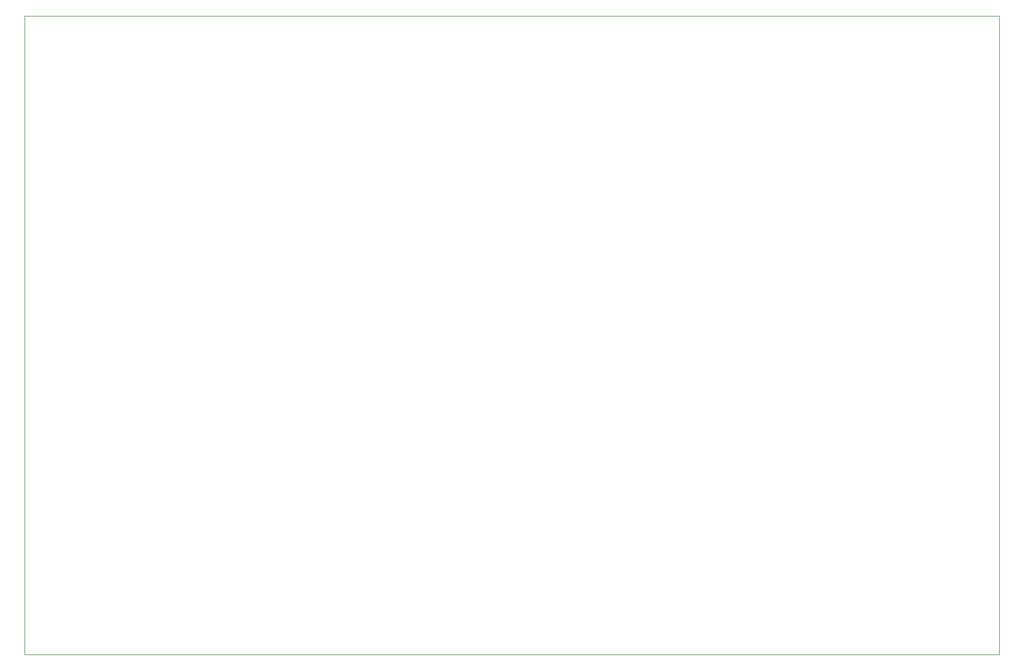
<source format=gm1>
G04 #@! TF.GenerationSoftware,KiCad,Pcbnew,5.1.10-88a1d61d58~90~ubuntu20.04.1*
G04 #@! TF.CreationDate,2021-07-24T14:54:54+02:00*
G04 #@! TF.ProjectId,mistrum,6d697374-7275-46d2-9e6b-696361645f70,rev?*
G04 #@! TF.SameCoordinates,PX2faf080PYdb58580*
G04 #@! TF.FileFunction,Profile,NP*
%FSLAX46Y46*%
G04 Gerber Fmt 4.6, Leading zero omitted, Abs format (unit mm)*
G04 Created by KiCad (PCBNEW 5.1.10-88a1d61d58~90~ubuntu20.04.1) date 2021-07-24 14:54:54*
%MOMM*%
%LPD*%
G01*
G04 APERTURE LIST*
G04 #@! TA.AperFunction,Profile*
%ADD10C,0.150000*%
G04 #@! TD*
G04 APERTURE END LIST*
D10*
X0Y190000000D02*
X0Y0D01*
X290000000Y190000000D02*
X0Y190000000D01*
X290000000Y0D02*
X290000000Y190000000D01*
X0Y0D02*
X290000000Y0D01*
M02*

</source>
